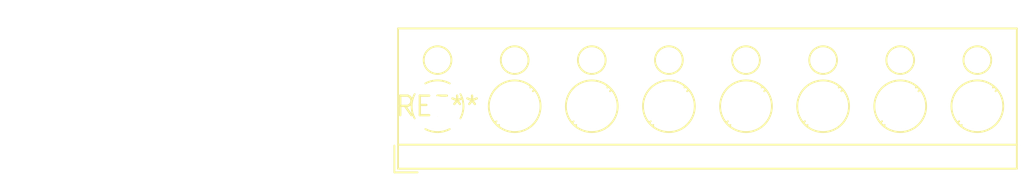
<source format=kicad_pcb>
(kicad_pcb (version 20240108) (generator pcbnew)
  (layers (0 "F.Cu" signal) (31 "B.Cu" signal) (34 "B.Paste" user) (35 "F.Paste" user) (36 "B.SilkS" user "B.Silkscreen") (37 "F.SilkS" user "F.Silkscreen") (38 "B.Mask" user) (39 "F.Mask" user) (44 "Edge.Cuts" user))
  (net 0 "")
  (footprint "TerminalBlock_RND_205-00007_1x08_P5.00mm_Horizontal" (layer "F.Cu") (at 0 0)
    (property "Reference" "REF**")
    (property "Value" "TerminalBlock_RND_205-00007_1x08_P5.00mm_Horizontal")
    (fp_line (start -2.8 2.56) (end -2.8 4.3) (layer "F.SilkS") (stroke (width 0.12)))
    (fp_line (start -2.8 4.3) (end -1.3 4.3) (layer "F.SilkS") (stroke (width 0.12)))
    (fp_line (start -2.56 -5.06) (end -2.56 4.06) (layer "F.SilkS") (stroke (width 0.12)))
    (fp_line (start -2.56 -5.06) (end 37.56 -5.06) (layer "F.SilkS") (stroke (width 0.12)))
    (fp_line (start -2.56 2.5) (end 37.56 2.5) (layer "F.SilkS") (stroke (width 0.12)))
    (fp_line (start -2.56 4.06) (end 37.56 4.06) (layer "F.SilkS") (stroke (width 0.12)))
    (fp_line (start 3.82 0.976) (end 3.726 1.069) (layer "F.SilkS") (stroke (width 0.12)))
    (fp_line (start 3.99 1.216) (end 3.931 1.274) (layer "F.SilkS") (stroke (width 0.12)))
    (fp_line (start 6.07 -1.275) (end 6.011 -1.216) (layer "F.SilkS") (stroke (width 0.12)))
    (fp_line (start 6.275 -1.069) (end 6.181 -0.976) (layer "F.SilkS") (stroke (width 0.12)))
    (fp_line (start 8.82 0.976) (end 8.726 1.069) (layer "F.SilkS") (stroke (width 0.12)))
    (fp_line (start 8.99 1.216) (end 8.931 1.274) (layer "F.SilkS") (stroke (width 0.12)))
    (fp_line (start 11.07 -1.275) (end 11.011 -1.216) (layer "F.SilkS") (stroke (width 0.12)))
    (fp_line (start 11.275 -1.069) (end 11.181 -0.976) (layer "F.SilkS") (stroke (width 0.12)))
    (fp_line (start 13.82 0.976) (end 13.726 1.069) (layer "F.SilkS") (stroke (width 0.12)))
    (fp_line (start 13.99 1.216) (end 13.931 1.274) (layer "F.SilkS") (stroke (width 0.12)))
    (fp_line (start 16.07 -1.275) (end 16.011 -1.216) (layer "F.SilkS") (stroke (width 0.12)))
    (fp_line (start 16.275 -1.069) (end 16.181 -0.976) (layer "F.SilkS") (stroke (width 0.12)))
    (fp_line (start 18.82 0.976) (end 18.726 1.069) (layer "F.SilkS") (stroke (width 0.12)))
    (fp_line (start 18.99 1.216) (end 18.931 1.274) (layer "F.SilkS") (stroke (width 0.12)))
    (fp_line (start 21.07 -1.275) (end 21.011 -1.216) (layer "F.SilkS") (stroke (width 0.12)))
    (fp_line (start 21.275 -1.069) (end 21.181 -0.976) (layer "F.SilkS") (stroke (width 0.12)))
    (fp_line (start 23.82 0.976) (end 23.726 1.069) (layer "F.SilkS") (stroke (width 0.12)))
    (fp_line (start 23.99 1.216) (end 23.931 1.274) (layer "F.SilkS") (stroke (width 0.12)))
    (fp_line (start 26.07 -1.275) (end 26.011 -1.216) (layer "F.SilkS") (stroke (width 0.12)))
    (fp_line (start 26.275 -1.069) (end 26.181 -0.976) (layer "F.SilkS") (stroke (width 0.12)))
    (fp_line (start 28.82 0.976) (end 28.726 1.069) (layer "F.SilkS") (stroke (width 0.12)))
    (fp_line (start 28.99 1.216) (end 28.931 1.274) (layer "F.SilkS") (stroke (width 0.12)))
    (fp_line (start 31.07 -1.275) (end 31.011 -1.216) (layer "F.SilkS") (stroke (width 0.12)))
    (fp_line (start 31.275 -1.069) (end 31.181 -0.976) (layer "F.SilkS") (stroke (width 0.12)))
    (fp_line (start 33.82 0.976) (end 33.726 1.069) (layer "F.SilkS") (stroke (width 0.12)))
    (fp_line (start 33.99 1.216) (end 33.931 1.274) (layer "F.SilkS") (stroke (width 0.12)))
    (fp_line (start 36.07 -1.275) (end 36.011 -1.216) (layer "F.SilkS") (stroke (width 0.12)))
    (fp_line (start 36.275 -1.069) (end 36.181 -0.976) (layer "F.SilkS") (stroke (width 0.12)))
    (fp_line (start 37.56 -5.06) (end 37.56 4.06) (layer "F.SilkS") (stroke (width 0.12)))
    (fp_arc (start -1.483953 0.789089) (mid -1.680708 5e-05) (end -1.484 -0.789) (layer "F.SilkS") (stroke (width 0.12)))
    (fp_arc (start -0.789089 -1.483953) (mid -5e-05 -1.680708) (end 0.789 -1.484) (layer "F.SilkS") (stroke (width 0.12)))
    (fp_arc (start 0.029383 1.68045) (mid -0.392304 1.634281) (end -0.789 1.484) (layer "F.SilkS") (stroke (width 0.12)))
    (fp_arc (start 0.788712 1.483352) (mid 0.406429 1.630097) (end 0 1.68) (layer "F.SilkS") (stroke (width 0.12)))
    (fp_arc (start 1.483953 -0.789089) (mid 1.680708 -5e-05) (end 1.484 0.789) (layer "F.SilkS") (stroke (width 0.12)))
    (fp_circle (center 0 -3) (end 0.9 -3) (layer "F.SilkS") (stroke (width 0.12)) (fill none))
    (fp_circle (center 5 -3) (end 5.9 -3) (layer "F.SilkS") (stroke (width 0.12)) (fill none))
    (fp_circle (center 5 0) (end 6.68 0) (layer "F.SilkS") (stroke (width 0.12)) (fill none))
    (fp_circle (center 10 -3) (end 10.9 -3) (layer "F.SilkS") (stroke (width 0.12)) (fill none))
    (fp_circle (center 10 0) (end 11.68 0) (layer "F.SilkS") (stroke (width 0.12)) (fill none))
    (fp_circle (center 15 -3) (end 15.9 -3) (layer "F.SilkS") (stroke (width 0.12)) (fill none))
    (fp_circle (center 15 0) (end 16.68 0) (layer "F.SilkS") (stroke (width 0.12)) (fill none))
    (fp_circle (center 20 -3) (end 20.9 -3) (layer "F.SilkS") (stroke (width 0.12)) (fill none))
    (fp_circle (center 20 0) (end 21.68 0) (layer "F.SilkS") (stroke (width 0.12)) (fill none))
    (fp_circle (center 25 -3) (end 25.9 -3) (layer "F.SilkS") (stroke (width 0.12)) (fill none))
    (fp_circle (center 25 0) (end 26.68 0) (layer "F.SilkS") (stroke (width 0.12)) (fill none))
    (fp_circle (center 30 -3) (end 30.9 -3) (layer "F.SilkS") (stroke (width 0.12)) (fill none))
    (fp_circle (center 30 0) (end 31.68 0) (layer "F.SilkS") (stroke (width 0.12)) (fill none))
    (fp_circle (center 35 -3) (end 35.9 -3) (layer "F.SilkS") (stroke (width 0.12)) (fill none))
    (fp_circle (center 35 0) (end 36.68 0) (layer "F.SilkS") (stroke (width 0.12)) (fill none))
    (pad "1" thru_hole rect (at 0 0) (size 2.5 2.5) (drill 1.3) (layers *.Cu *.Mask) (remove_unused_layers))
    (pad "2" thru_hole circle (at 5 0) (size 2.5 2.5) (drill 1.3) (layers *.Cu *.Mask) (remove_unused_layers))
    (pad "3" thru_hole circle (at 10 0) (size 2.5 2.5) (drill 1.3) (layers *.Cu *.Mask) (remove_unused_layers))
    (pad "4" thru_hole circle (at 15 0) (size 2.5 2.5) (drill 1.3) (layers *.Cu *.Mask) (remove_unused_layers))
    (pad "5" thru_hole circle (at 20 0) (size 2.5 2.5) (drill 1.3) (layers *.Cu *.Mask) (remove_unused_layers))
    (pad "6" thru_hole circle (at 25 0) (size 2.5 2.5) (drill 1.3) (layers *.Cu *.Mask) (remove_unused_layers))
    (pad "7" thru_hole circle (at 30 0) (size 2.5 2.5) (drill 1.3) (layers *.Cu *.Mask) (remove_unused_layers))
    (pad "8" thru_hole circle (at 35 0) (size 2.5 2.5) (drill 1.3) (layers *.Cu *.Mask) (remove_unused_layers))
  )
)
</source>
